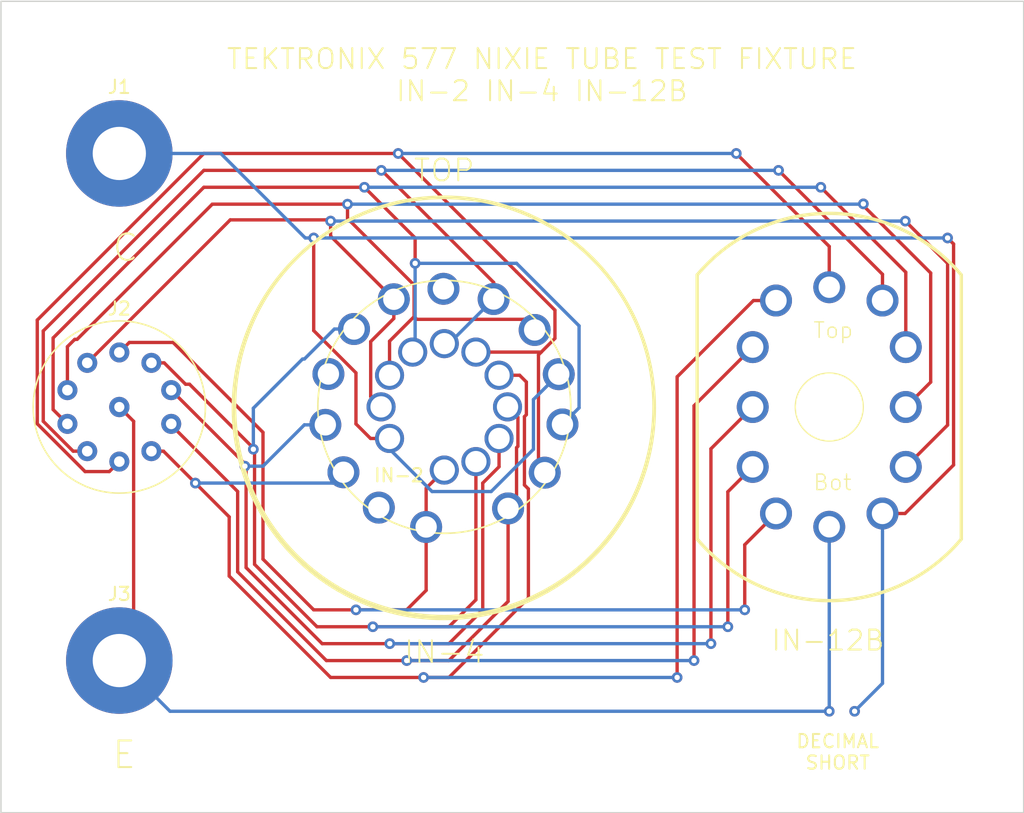
<source format=kicad_pcb>
(kicad_pcb (version 20221018) (generator pcbnew)
  (layers (0 "F.Cu" signal) (31 "B.Cu" signal) (34 "B.Paste" user) (35 "F.Paste" user) (36 "B.SilkS" user "B.Silkscreen") (37 "F.SilkS" user "F.Silkscreen") (38 "B.Mask" user) (39 "F.Mask" user) (44 "Edge.Cuts" user))
  (net 0 "")
  (net 1 "/C")
  (net 2 "/E")
  (net 3 "/1")
  (net 4 "/2")
  (net 5 "/3")
  (net 6 "/4")
  (net 7 "/5")
  (net 8 "/6")
  (net 9 "/7")
  (net 10 "/8")
  (net 11 "/9")
  (net 12 "/0")
  (footprint "MountingHole:MountingHole_4mm_Pad_TopBottom" (layer "F.Cu") (at 134.62 74.93)
    (fp_text reference "J1" (at 0 -5) (layer "F.SilkS"))
    (fp_text value "C")
    (pad "1" thru_hole circle (at 0 0) (size 4.4 4.4) (drill 4) (layers "*.Cu" "*.Mask") (net 1 "/C"))
    (pad "1" connect circle (at 0 0) (size 8 8) (layers "F.Cu" "F.Mask") (net 1 "/C"))
    (pad "1" connect circle (at 0 0) (size 8 8) (layers "B.Cu" "B.Mask") (net 1 "/C"))
  )
  (footprint "nixie-us:IN-2-DSUB" (layer "F.Cu") (at 159.036716 93.968457)
    (fp_text reference "N2" hide)
    (fp_text value "IN-2" hide)
    (fp_circle (center 0 0) (end 9.4996 0) (stroke (width 0.127)) (fill none) (layer "F.SilkS"))
    (pad "0" thru_hole circle (at -4.7498 0 180) (size 2.1844 2.1844) (drill 1.6) (layers "*.Cu" "*.Mask") (net 12 "/0"))
    (pad "1" thru_hole circle (at 0 4.7498 270) (size 2.1844 2.1844) (drill 1.6) (layers "*.Cu" "*.Mask") (net 3 "/1"))
    (pad "2" thru_hole circle (at 2.3749 4.113446 300) (size 2.1844 2.1844) (drill 1.6) (layers "*.Cu" "*.Mask") (net 4 "/2"))
    (pad "3" thru_hole circle (at 4.113446 2.3749 330) (size 2.1844 2.1844) (drill 1.6) (layers "*.Cu" "*.Mask") (net 5 "/3"))
    (pad "4" thru_hole circle (at 4.7498 0) (size 2.1844 2.1844) (drill 1.6) (layers "*.Cu" "*.Mask") (net 6 "/4"))
    (pad "5" thru_hole circle (at 4.113446 -2.3749 30) (size 2.1844 2.1844) (drill 1.6) (layers "*.Cu" "*.Mask") (net 7 "/5"))
    (pad "6" thru_hole circle (at 2.3749 -4.113446 60) (size 2.1844 2.1844) (drill 1.6) (layers "*.Cu" "*.Mask") (net 8 "/6"))
    (pad "7" thru_hole circle (at 0 -4.7498 90) (size 2.1844 2.1844) (drill 1.6) (layers "*.Cu" "*.Mask") (net 9 "/7"))
    (pad "8" thru_hole circle (at -2.3749 -4.113446 120) (size 2.1844 2.1844) (drill 1.6) (layers "*.Cu" "*.Mask") (net 10 "/8"))
    (pad "9" thru_hole circle (at -4.113446 -2.3749 150) (size 2.1844 2.1844) (drill 1.6) (layers "*.Cu" "*.Mask") (net 11 "/9"))
    (pad "A" thru_hole circle (at -4.113446 2.3749 210) (size 2.1844 2.1844) (drill 1.6) (layers "*.Cu" "*.Mask") (net 1 "/C"))
  )
  (footprint "nixie-us:IN-4-DSUB" (layer "F.Cu") (at 159.036716 93.968457)
    (fp_text reference "N1" hide)
    (fp_text value "IN-4" (at 0 18.426543) (layer "F.SilkS") (effects (font (size 1.63576 1.63576) (thickness 0.14224))))
    (fp_text user "TOP" (at 0 -17.768457) (layer "F.SilkS") (effects (font (size 1.63576 1.63576) (thickness 0.14224))))
    (fp_circle (center -0.033137 0.0873) (end 15.785363 0.0873) (stroke (width 0.254)) (fill none) (layer "F.SilkS"))
    (fp_circle (center 0 0) (end 15.7555 0) (stroke (width 0.254)) (fill none) (layer "F.SilkS"))
    (pad "" np_thru_hole circle (at -0.033137 0.0873) (size 5 5) (drill 5) (layers "*.Cu" "*.Mask"))
    (pad "0" thru_hole circle (at -3.793081 -8.083546) (size 2.4 2.4) (drill 1.6) (layers "*.Cu" "*.Mask") (net 12 "/0"))
    (pad "1" thru_hole circle (at -1.363328 9.026568) (size 2.4 2.4) (drill 1.6) (layers "*.Cu" "*.Mask") (net 3 "/1"))
    (pad "2" thru_hole circle (at -6.783634 -5.848243) (size 2.4 2.4) (drill 1.6) (layers "*.Cu" "*.Mask") (net 4 "/2"))
    (pad "3" thru_hole circle (at -8.938068 1.353031) (size 2.4 2.4) (drill 1.6) (layers "*.Cu" "*.Mask") (net 5 "/3"))
    (pad "4" thru_hole circle (at 4.793284 7.631543) (size 2.4 2.4) (drill 1.6) (layers "*.Cu" "*.Mask") (net 6 "/4"))
    (pad "5" thru_hole circle (at -7.577378 4.913718) (size 2.4 2.4) (drill 1.6) (layers "*.Cu" "*.Mask") (net 7 "/5"))
    (pad "6" thru_hole circle (at 7.546737 4.944818) (size 2.4 2.4) (drill 1.6) (layers "*.Cu" "*.Mask") (net 8 "/6"))
    (pad "7" thru_hole circle (at 3.70689 -8.101846) (size 2.4 2.4) (drill 1.6) (layers "*.Cu" "*.Mask") (net 9 "/7"))
    (pad "8" thru_hole circle (at 8.8779 1.321559) (size 2.4 2.4) (drill 1.6) (layers "*.Cu" "*.Mask") (net 10 "/8"))
    (pad "9" thru_hole circle (at 6.788575 -5.777359) (size 2.4 2.4) (drill 1.6) (layers "*.Cu" "*.Mask") (net 11 "/9"))
    (pad "A1" thru_hole circle (at -4.918887 7.571237) (size 2.4 2.4) (drill 1.6) (layers "*.Cu" "*.Mask"))
    (pad "A2" thru_hole circle (at -8.70739 -2.46754) (size 2.4 2.4) (drill 1.6) (layers "*.Cu" "*.Mask"))
    (pad "A3" thru_hole circle (at 8.600687 -2.453775) (size 2.4 2.4) (drill 1.6) (layers "*.Cu" "*.Mask") (net 1 "/C"))
    (pad "N/C" thru_hole circle (at -0.062987 -8.86865) (size 2.4 2.4) (drill 1.6) (layers "*.Cu" "*.Mask"))
  )
  (footprint "nixie-us:IN-12-DSUB" (layer "F.Cu") (at 187.96 93.98)
    (fp_text reference "NX1" hide)
    (fp_text value "IN-12BIN-12-DSUB")
    (fp_text user "Bot" (at -1.27 6.35) (layer "F.SilkS") (effects (font (size 1.1684 1.1684) (thickness 0.1016)) (justify left bottom)))
    (fp_text user "Top" (at -1.27 -5.08) (layer "F.SilkS") (effects (font (size 1.1684 1.1684) (thickness 0.1016)) (justify left bottom)))
    (fp_line (start -9.921875 9.921875) (end -9.921875 -9.921875) (stroke (width 0.254)) (layer "F.SilkS"))
    (fp_line (start 9.921875 -9.921875) (end 9.921875 9.921875) (stroke (width 0.254)) (layer "F.SilkS"))
    (fp_arc (start -9.921875 -9.921875) (mid 0 -14.548521) (end 9.921875 -9.921875) (stroke (width 0.254)) (layer "F.SilkS"))
    (fp_arc (start 9.921875 9.921875) (mid 0 14.548521) (end -9.921875 9.921875) (stroke (width 0.254)) (layer "F.SilkS"))
    (fp_circle (center 0 0) (end 2.54 0) (stroke (width 0.127)) (fill none) (layer "F.SilkS"))
    (pad "" np_thru_hole circle (at 0 0) (size 5 5) (drill 5) (layers "*.Cu" "*.Mask"))
    (pad "0" thru_hole circle (at 5.75 4.5) (size 2.4 2.4) (drill 1.6) (layers "*.Cu" "*.Mask") (net 12 "/0"))
    (pad "1" thru_hole circle (at -4 8) (size 2.4 2.4) (drill 1.6) (layers "*.Cu" "*.Mask") (net 3 "/1"))
    (pad "2" thru_hole circle (at -5.75 4.5) (size 2.4 2.4) (drill 1.6) (layers "*.Cu" "*.Mask") (net 4 "/2"))
    (pad "3" thru_hole circle (at -5.75 0) (size 2.4 2.4) (drill 1.6) (layers "*.Cu" "*.Mask") (net 5 "/3"))
    (pad "4" thru_hole circle (at -5.75 -4.5) (size 2.4 2.4) (drill 1.6) (layers "*.Cu" "*.Mask") (net 6 "/4"))
    (pad "5" thru_hole circle (at -4 -8) (size 2.4 2.4) (drill 1.6) (layers "*.Cu" "*.Mask") (net 7 "/5"))
    (pad "6" thru_hole circle (at 0 -9) (size 2.4 2.4) (drill 1.6) (layers "*.Cu" "*.Mask") (net 8 "/6"))
    (pad "7" thru_hole circle (at 4 -8) (size 2.4 2.4) (drill 1.6) (layers "*.Cu" "*.Mask") (net 9 "/7"))
    (pad "8" thru_hole circle (at 5.75 -4.5) (size 2.4 2.4) (drill 1.6) (layers "*.Cu" "*.Mask") (net 10 "/8"))
    (pad "9" thru_hole circle (at 5.75 0) (size 2.4 2.4) (drill 1.6) (layers "*.Cu" "*.Mask") (net 11 "/9"))
    (pad "A" thru_hole circle (at 4 8) (size 2.4 2.4) (drill 1.6) (layers "*.Cu" "*.Mask") (net 1 "/C"))
    (pad "LHDP" thru_hole circle (at 0 9) (size 2.4 2.4) (drill 1.6) (layers "*.Cu" "*.Mask") (net 2 "/E"))
  )
  (footprint "MountingHole:MountingHole_4mm_Pad_TopBottom" (layer "F.Cu") (at 134.62 113.03)
    (fp_text reference "J3" (at 0 -5) (layer "F.SilkS"))
    (fp_text value "E")
    (pad "1" thru_hole circle (at 0 0) (size 4.4 4.4) (drill 4) (layers "*.Cu" "*.Mask") (net 2 "/E"))
    (pad "1" connect circle (at 0 0) (size 8 8) (layers "F.Cu" "F.Mask") (net 2 "/E"))
    (pad "1" connect circle (at 0 0) (size 8 8) (layers "B.Cu" "B.Mask") (net 2 "/E"))
  )
  (footprint "Grayhill-Switch:Grayhill Single Pole 10 Position Switch" (layer "F.Cu") (at 134.62 93.98)
    (fp_text reference "J2" (at 0 -7.395) (layer "F.SilkS"))
    (fp_text value "Conn_01x11_Socket")
    (fp_circle (center 0 0) (end 0 6.47) (stroke (width 0.12)) (fill none) (layer "F.SilkS"))
    (pad "1" thru_hole oval (at 0 -4.099999) (size 1.5 1.5) (drill 0.8) (layers "*.Cu" "*.Mask") (net 3 "/1"))
    (pad "2" thru_hole oval (at 2.409919 -3.316969) (size 1.5 1.5) (drill 0.8) (layers "*.Cu" "*.Mask") (net 4 "/2"))
    (pad "3" thru_hole oval (at 3.899331 -1.266969) (size 1.5 1.5) (drill 0.8) (layers "*.Cu" "*.Mask") (net 5 "/3"))
    (pad "4" thru_hole oval (at 3.899331 1.266969) (size 1.5 1.5) (drill 0.8) (layers "*.Cu" "*.Mask") (net 6 "/4"))
    (pad "5" thru_hole oval (at 2.409919 3.316969) (size 1.5 1.5) (drill 0.8) (layers "*.Cu" "*.Mask") (net 7 "/5"))
    (pad "6" thru_hole oval (at 0 4.099999) (size 1.5 1.5) (drill 0.8) (layers "*.Cu" "*.Mask") (net 8 "/6"))
    (pad "7" thru_hole oval (at -2.409919 3.316969) (size 1.5 1.5) (drill 0.8) (layers "*.Cu" "*.Mask") (net 9 "/7"))
    (pad "8" thru_hole oval (at -3.899331 1.266969) (size 1.5 1.5) (drill 0.8) (layers "*.Cu" "*.Mask") (net 10 "/8"))
    (pad "9" thru_hole oval (at -3.899331 -1.266969) (size 1.5 1.5) (drill 0.8) (layers "*.Cu" "*.Mask") (net 11 "/9"))
    (pad "10" thru_hole oval (at -2.409919 -3.316969) (size 1.5 1.5) (drill 0.8) (layers "*.Cu" "*.Mask") (net 12 "/0"))
    (pad "11" thru_hole circle (at 0 0) (size 1.524 1.524) (drill 0.762) (layers "*.Cu" "*.Mask") (net 2 "/E"))
  )
  (gr_rect (start 125.73 63.5) (end 202.565 124.46) (stroke (width 0.1)) (fill none) (layer "Edge.Cuts"))
  (gr_text "TEKTRONIX 577 NIXIE TUBE TEST FIXTURE\nIN-2 IN-4 IN-12B" (at 166.37 71.12) (layer "F.SilkS") (effects (font (size 1.5 1.5)) (justify bottom)))
  (gr_text "IN-12B" (at 183.515 112.395) (layer "F.SilkS") (effects (font (size 1.5 1.5)) (justify left bottom)))
  (gr_text "IN-2" (at 153.67 99.695) (layer "F.SilkS") (effects (font (size 1 1)) (justify left bottom)))
  (gr_text "E" (at 133.985 121.285) (layer "F.SilkS") (effects (font (size 2 2)) (justify left bottom)))
  (gr_text "DECIMAL\nSHORT" (at 188.595 121.285) (layer "F.SilkS") (effects (font (size 1 1)) (justify bottom)))
  (gr_text "C" (at 133.985 83.185) (layer "F.SilkS") (effects (font (size 2 2)) (justify left bottom)))
  (segment (start 152.4 95.25) (end 153.493357 96.343357) (width 0.25) (layer "F.Cu") (net 1))
  (segment (start 149.225 88.239915) (end 152.4 91.414915) (width 0.25) (layer "F.Cu") (net 1))
  (segment (start 196.85 81.28) (end 197.3 81.73) (width 0.25) (layer "F.Cu") (net 1))
  (segment (start 153.493357 96.343357) (end 154.92327 96.343357) (width 0.25) (layer "F.Cu") (net 1))
  (segment (start 149.225 81.28) (end 149.225 88.239915) (width 0.25) (layer "F.Cu") (net 1))
  (segment (start 193.657056 101.98) (end 191.96 101.98) (width 0.25) (layer "F.Cu") (net 1))
  (segment (start 197.3 98.337056) (end 193.657056 101.98) (width 0.25) (layer "F.Cu") (net 1))
  (segment (start 197.3 81.73) (end 197.3 98.337056) (width 0.25) (layer "F.Cu") (net 1))
  (segment (start 152.4 91.414915) (end 152.4 95.25) (width 0.25) (layer "F.Cu") (net 1))
  (via (at 189.865 116.84) (size 0.8) (drill 0.4) (layers "F.Cu" "B.Cu") (net 1))
  (via (at 149.225 81.28) (size 0.8) (drill 0.4) (layers "F.Cu" "B.Cu") (net 1))
  (via (at 196.85 81.28) (size 0.8) (drill 0.4) (layers "F.Cu" "B.Cu") (net 1))
  (segment (start 191.96 114.745) (end 189.865 116.84) (width 0.25) (layer "B.Cu") (net 1))
  (segment (start 154.92327 96.343357) (end 154.92327 97.13827) (width 0.25) (layer "B.Cu") (net 1))
  (segment (start 165.735 93.417085) (end 167.637403 91.514682) (width 0.25) (layer "B.Cu") (net 1))
  (segment (start 149.225 81.28) (end 148.59 81.28) (width 0.25) (layer "B.Cu") (net 1))
  (segment (start 162.56 100.33) (end 165.735 97.155) (width 0.25) (layer "B.Cu") (net 1))
  (segment (start 191.96 101.98) (end 191.96 114.745) (width 0.25) (layer "B.Cu") (net 1))
  (segment (start 154.92327 97.13827) (end 158.115 100.33) (width 0.25) (layer "B.Cu") (net 1))
  (segment (start 165.735 97.155) (end 165.735 93.417085) (width 0.25) (layer "B.Cu") (net 1))
  (segment (start 158.115 100.33) (end 162.56 100.33) (width 0.25) (layer "B.Cu") (net 1))
  (segment (start 149.225 81.28) (end 196.85 81.28) (width 0.25) (layer "B.Cu") (net 1))
  (segment (start 148.59 81.28) (end 142.24 74.93) (width 0.25) (layer "B.Cu") (net 1))
  (segment (start 142.24 74.93) (end 134.62 74.93) (width 0.25) (layer "B.Cu") (net 1))
  (segment (start 135.695 95.055) (end 134.62 93.98) (width 0.25) (layer "F.Cu") (net 2))
  (segment (start 134.62 113.03) (end 135.695 111.955) (width 0.25) (layer "F.Cu") (net 2))
  (segment (start 135.695 111.955) (end 135.695 95.055) (width 0.25) (layer "F.Cu") (net 2))
  (via (at 187.96 116.84) (size 0.8) (drill 0.4) (layers "F.Cu" "B.Cu") (net 2))
  (segment (start 138.43 116.84) (end 134.62 113.03) (width 0.25) (layer "B.Cu") (net 2))
  (segment (start 187.96 116.84) (end 138.43 116.84) (width 0.25) (layer "B.Cu") (net 2))
  (segment (start 187.96 102.98) (end 187.96 116.84) (width 0.25) (layer "B.Cu") (net 2))
  (segment (start 145.415 105.41) (end 145.415 95.885) (width 0.25) (layer "F.Cu") (net 3))
  (segment (start 149.225 109.22) (end 145.415 105.41) (width 0.25) (layer "F.Cu") (net 3))
  (segment (start 138.660001 89.130001) (end 135.37 89.130001) (width 0.25) (layer "F.Cu") (net 3))
  (segment (start 157.673388 100.081585) (end 159.036716 98.718257) (width 0.25) (layer "F.Cu") (net 3))
  (segment (start 157.673388 102.995025) (end 157.673388 100.081585) (width 0.25) (layer "F.Cu") (net 3))
  (segment (start 181.61 104.33) (end 183.96 101.98) (width 0.25) (layer "F.Cu") (net 3))
  (segment (start 157.673388 107.756612) (end 157.673388 102.995025) (width 0.25) (layer "F.Cu") (net 3))
  (segment (start 181.61 109.22) (end 181.61 104.33) (width 0.25) (layer "F.Cu") (net 3))
  (segment (start 152.4 109.22) (end 149.225 109.22) (width 0.25) (layer "F.Cu") (net 3))
  (segment (start 156.21 109.22) (end 157.673388 107.756612) (width 0.25) (layer "F.Cu") (net 3))
  (segment (start 135.37 89.130001) (end 134.62 89.880001) (width 0.25) (layer "F.Cu") (net 3))
  (segment (start 152.4 109.22) (end 156.21 109.22) (width 0.25) (layer "F.Cu") (net 3))
  (segment (start 145.415 95.885) (end 138.660001 89.130001) (width 0.25) (layer "F.Cu") (net 3))
  (via (at 152.4 109.22) (size 0.8) (drill 0.4) (layers "F.Cu" "B.Cu") (net 3))
  (via (at 181.61 109.22) (size 0.8) (drill 0.4) (layers "F.Cu" "B.Cu") (net 3))
  (segment (start 181.61 109.22) (end 152.4 109.22) (width 0.25) (layer "B.Cu") (net 3))
  (segment (start 161.411616 108.463384) (end 161.411616 98.081903) (width 0.25) (layer "F.Cu") (net 4))
  (segment (start 153.67 110.49) (end 149.469695 110.49) (width 0.25) (layer "F.Cu") (net 4))
  (segment (start 149.469695 110.49) (end 144.78 105.800305) (width 0.25) (layer "F.Cu") (net 4))
  (segment (start 144.6905 97.0655) (end 139.892751 92.267751) (width 0.25) (layer "F.Cu") (net 4))
  (segment (start 180.34 110.49) (end 180.34 100.35) (width 0.25) (layer "F.Cu") (net 4))
  (segment (start 139.892751 92.267751) (end 139.594331 92.267751) (width 0.25) (layer "F.Cu") (net 4))
  (segment (start 153.67 110.49) (end 159.385 110.49) (width 0.25) (layer "F.Cu") (net 4))
  (segment (start 137.989611 90.663031) (end 137.029919 90.663031) (width 0.25) (layer "F.Cu") (net 4))
  (segment (start 159.385 110.49) (end 161.411616 108.463384) (width 0.25) (layer "F.Cu") (net 4))
  (segment (start 180.34 100.35) (end 182.21 98.48) (width 0.25) (layer "F.Cu") (net 4))
  (segment (start 144.78 97.2445) (end 144.6905 97.155) (width 0.25) (layer "F.Cu") (net 4))
  (segment (start 139.594331 92.267751) (end 137.989611 90.663031) (width 0.25) (layer "F.Cu") (net 4))
  (segment (start 144.78 105.800305) (end 144.78 97.2445) (width 0.25) (layer "F.Cu") (net 4))
  (segment (start 144.6905 97.155) (end 144.6905 97.0655) (width 0.25) (layer "F.Cu") (net 4))
  (via (at 153.67 110.49) (size 0.8) (drill 0.4) (layers "F.Cu" "B.Cu") (net 4))
  (via (at 180.34 110.49) (size 0.8) (drill 0.4) (layers "F.Cu" "B.Cu") (net 4))
  (via (at 144.6905 97.155) (size 0.8) (drill 0.4) (layers "F.Cu" "B.Cu") (net 4))
  (segment (start 144.6905 94.0695) (end 148.386475 90.373525) (width 0.25) (layer "B.Cu") (net 4))
  (segment (start 180.34 110.49) (end 153.67 110.49) (width 0.25) (layer "B.Cu") (net 4))
  (segment (start 144.6905 97.155) (end 144.6905 94.0695) (width 0.25) (layer "B.Cu") (net 4))
  (segment (start 148.525759 90.373525) (end 150.77907 88.120214) (width 0.25) (layer "B.Cu") (net 4))
  (segment (start 148.386475 90.373525) (end 148.525759 90.373525) (width 0.25) (layer "B.Cu") (net 4))
  (segment (start 150.77907 88.120214) (end 152.253082 88.120214) (width 0.25) (layer "B.Cu") (net 4))
  (segment (start 144.145 106.045) (end 149.86 111.76) (width 0.25) (layer "F.Cu") (net 5))
  (segment (start 144.145 98.5145) (end 144.145 106.045) (width 0.25) (layer "F.Cu") (net 5))
  (segment (start 154.94 111.76) (end 159.385 111.76) (width 0.25) (layer "F.Cu") (net 5))
  (segment (start 161.925 109.22) (end 161.925 99.695) (width 0.25) (layer "F.Cu") (net 5))
  (segment (start 179.07 111.76) (end 179.07 97.12) (width 0.25) (layer "F.Cu") (net 5))
  (segment (start 159.385 111.76) (end 161.925 109.22) (width 0.25) (layer "F.Cu") (net 5))
  (segment (start 179.07 97.12) (end 182.21 93.98) (width 0.25) (layer "F.Cu") (net 5))
  (segment (start 144.0555 98.2492) (end 138.519331 92.713031) (width 0.25) (layer "F.Cu") (net 5))
  (segment (start 149.86 111.76) (end 154.94 111.76) (width 0.25) (layer "F.Cu") (net 5))
  (segment (start 144.0555 98.425) (end 144.145 98.5145) (width 0.25) (layer "F.Cu") (net 5))
  (segment (start 144.0555 98.425) (end 144.0555 98.2492) (width 0.25) (layer "F.Cu") (net 5))
  (segment (start 163.150162 98.469838) (end 163.150162 96.343357) (width 0.25) (layer "F.Cu") (net 5))
  (segment (start 161.925 99.695) (end 163.150162 98.469838) (width 0.25) (layer "F.Cu") (net 5))
  (via (at 179.07 111.76) (size 0.8) (drill 0.4) (layers "F.Cu" "B.Cu") (net 5))
  (via (at 154.94 111.76) (size 0.8) (drill 0.4) (layers "F.Cu" "B.Cu") (net 5))
  (via (at 144.0555 98.425) (size 0.8) (drill 0.4) (layers "F.Cu" "B.Cu") (net 5))
  (segment (start 148.518512 95.321488) (end 150.098648 95.321488) (width 0.25) (layer "B.Cu") (net 5))
  (segment (start 144.0555 98.425) (end 145.415 98.425) (width 0.25) (layer "B.Cu") (net 5))
  (segment (start 145.415 98.425) (end 148.518512 95.321488) (width 0.25) (layer "B.Cu") (net 5))
  (segment (start 179.07 111.76) (end 154.94 111.76) (width 0.25) (layer "B.Cu") (net 5))
  (segment (start 156.21 113.03) (end 150.1775 113.03) (width 0.25) (layer "F.Cu") (net 6))
  (segment (start 138.519331 95.339331) (end 138.519331 95.246969) (width 0.25) (layer "F.Cu") (net 6))
  (segment (start 150.1775 113.03) (end 143.51 106.3625) (width 0.25) (layer "F.Cu") (net 6))
  (segment (start 177.8 113.03) (end 177.8 93.89) (width 0.25) (layer "F.Cu") (net 6))
  (segment (start 177.8 93.89) (end 182.21 89.48) (width 0.25) (layer "F.Cu") (net 6))
  (segment (start 164.567362 96.930381) (end 164.567362 94.749303) (width 0.25) (layer "F.Cu") (net 6))
  (segment (start 159.385 113.03) (end 163.83 108.585) (width 0.25) (layer "F.Cu") (net 6))
  (segment (start 143.51 100.33) (end 138.519331 95.339331) (width 0.25) (layer "F.Cu") (net 6))
  (segment (start 164.567362 94.749303) (end 163.786516 93.968457) (width 0.25) (layer "F.Cu") (net 6))
  (segment (start 156.21 113.03) (end 159.385 113.03) (width 0.25) (layer "F.Cu") (net 6))
  (segment (start 163.83 101.6) (end 164.465 100.965) (width 0.25) (layer "F.Cu") (net 6))
  (segment (start 163.83 108.585) (end 163.83 101.6) (width 0.25) (layer "F.Cu") (net 6))
  (segment (start 143.51 106.3625) (end 143.51 100.33) (width 0.25) (layer "F.Cu") (net 6))
  (segment (start 164.465 100.965) (end 164.465 97.032743) (width 0.25) (layer "F.Cu") (net 6))
  (segment (start 164.465 97.032743) (end 164.567362 96.930381) (width 0.25) (layer "F.Cu") (net 6))
  (via (at 156.21 113.03) (size 0.8) (drill 0.4) (layers "F.Cu" "B.Cu") (net 6))
  (via (at 177.8 113.03) (size 0.8) (drill 0.4) (layers "F.Cu" "B.Cu") (net 6))
  (segment (start 177.8 113.03) (end 156.21 113.03) (width 0.25) (layer "B.Cu") (net 6))
  (segment (start 165.203716 92.102507) (end 164.694766 91.593557) (width 0.25) (layer "F.Cu") (net 7))
  (segment (start 137.936969 97.296969) (end 137.029919 97.296969) (width 0.25) (layer "F.Cu") (net 7))
  (segment (start 150.494651 114.3) (end 157.48 114.3) (width 0.25) (layer "F.Cu") (net 7))
  (segment (start 165.058453 99.838453) (end 165.058453 94.700744) (width 0.25) (layer "F.Cu") (net 7))
  (segment (start 140.335 99.695) (end 137.936969 97.296969) (width 0.25) (layer "F.Cu") (net 7))
  (segment (start 159.385 114.3) (end 165.355 108.33) (width 0.25) (layer "F.Cu") (net 7))
  (segment (start 165.355 108.33) (end 165.355 100.135) (width 0.25) (layer "F.Cu") (net 7))
  (segment (start 165.203716 94.555481) (end 165.203716 92.102507) (width 0.25) (layer "F.Cu") (net 7))
  (segment (start 182.262944 85.98) (end 183.96 85.98) (width 0.25) (layer "F.Cu") (net 7))
  (segment (start 157.48 114.3) (end 159.385 114.3) (width 0.25) (layer "F.Cu") (net 7))
  (segment (start 142.875 102.235) (end 142.875 106.680349) (width 0.25) (layer "F.Cu") (net 7))
  (segment (start 176.53 114.3) (end 176.53 91.712944) (width 0.25) (layer "F.Cu") (net 7))
  (segment (start 142.875 106.680349) (end 150.494651 114.3) (width 0.25) (layer "F.Cu") (net 7))
  (segment (start 165.355 100.135) (end 165.058453 99.838453) (width 0.25) (layer "F.Cu") (net 7))
  (segment (start 176.53 91.712944) (end 182.262944 85.98) (width 0.25) (layer "F.Cu") (net 7))
  (segment (start 140.335 99.695) (end 142.875 102.235) (width 0.25) (layer "F.Cu") (net 7))
  (segment (start 165.058453 94.700744) (end 165.203716 94.555481) (width 0.25) (layer "F.Cu") (net 7))
  (segment (start 164.694766 91.593557) (end 163.150162 91.593557) (width 0.25) (layer "F.Cu") (net 7))
  (via (at 157.48 114.3) (size 0.8) (drill 0.4) (layers "F.Cu" "B.Cu") (net 7))
  (via (at 176.53 114.3) (size 0.8) (drill 0.4) (layers "F.Cu" "B.Cu") (net 7))
  (via (at 140.335 99.695) (size 0.8) (drill 0.4) (layers "F.Cu" "B.Cu") (net 7))
  (segment (start 140.335 99.695) (end 150.646513 99.695) (width 0.25) (layer "B.Cu") (net 7))
  (segment (start 176.53 114.3) (end 157.48 114.3) (width 0.25) (layer "B.Cu") (net 7))
  (segment (start 150.646513 99.695) (end 151.459338 98.882175) (width 0.25) (layer "B.Cu") (net 7))
  (segment (start 132.046055 98.829999) (end 133.87 98.829999) (width 0.25) (layer "F.Cu") (net 8))
  (segment (start 167.350291 86.705291) (end 167.350291 88.822774) (width 0.25) (layer "F.Cu") (net 8))
  (segment (start 166.318054 89.855011) (end 161.411616 89.855011) (width 0.25) (layer "F.Cu") (net 8))
  (segment (start 166.112403 90.060662) (end 166.318054 89.855011) (width 0.25) (layer "F.Cu") (net 8))
  (segment (start 133.87 98.829999) (end 134.62 98.079999) (width 0.25) (layer "F.Cu") (net 8))
  (segment (start 187.96 81.915) (end 187.96 84.98) (width 0.25) (layer "F.Cu") (net 8))
  (segment (start 167.350291 88.822774) (end 166.318054 89.855011) (width 0.25) (layer "F.Cu") (net 8))
  (segment (start 140.97 74.93) (end 128.455 87.445) (width 0.25) (layer "F.Cu") (net 8))
  (segment (start 166.583453 98.913275) (end 166.112403 98.442225) (width 0.25) (layer "F.Cu") (net 8))
  (segment (start 128.455 95.238944) (end 132.046055 98.829999) (width 0.25) (layer "F.Cu") (net 8))
  (segment (start 128.455 87.445) (end 128.455 95.238944) (width 0.25) (layer "F.Cu") (net 8))
  (segment (start 180.975 74.93) (end 187.96 81.915) (width 0.25) (layer "F.Cu") (net 8))
  (segment (start 155.575 74.93) (end 140.97 74.93) (width 0.25) (layer "F.Cu") (net 8))
  (segment (start 164.465 83.82) (end 167.350291 86.705291) (width 0.25) (layer "F.Cu") (net 8))
  (segment (start 166.112403 98.442225) (end 166.112403 90.060662) (width 0.25) (layer "F.Cu") (net 8))
  (segment (start 155.575 74.93) (end 164.465 83.82) (width 0.25) (layer "F.Cu") (net 8))
  (via (at 180.975 74.93) (size 0.8) (drill 0.4) (layers "F.Cu" "B.Cu") (net 8))
  (via (at 155.575 74.93) (size 0.8) (drill 0.4) (layers "F.Cu" "B.Cu") (net 8))
  (segment (start 155.575 74.93) (end 180.975 74.93) (width 0.25) (layer "B.Cu") (net 8))
  (segment (start 184.14975 76.20025) (end 191.96 84.0105) (width 0.25) (layer "F.Cu") (net 9))
  (segment (start 128.905 88.265) (end 128.905 95.052548) (width 0.25) (layer "F.Cu") (net 9))
  (segment (start 140.97 76.2) (end 128.905 88.265) (width 0.25) (layer "F.Cu") (net 9))
  (segment (start 162.743606 84.617608) (end 162.743606 85.866611) (width 0.25) (layer "F.Cu") (net 9))
  (segment (start 154.305 76.2) (end 154.325998 76.2) (width 0.25) (layer "F.Cu") (net 9))
  (segment (start 191.96 84.0105) (end 191.96 85.98) (width 0.25) (layer "F.Cu") (net 9))
  (segment (start 154.305 76.2) (end 140.97 76.2) (width 0.25) (layer "F.Cu") (net 9))
  (segment (start 154.325998 76.2) (end 162.743606 84.617608) (width 0.25) (layer "F.Cu") (net 9))
  (segment (start 128.905 95.052548) (end 131.149421 97.296969) (width 0.25) (layer "F.Cu") (net 9))
  (segment (start 131.149421 97.296969) (end 132.210081 97.296969) (width 0.25) (layer "F.Cu") (net 9))
  (via (at 184.14975 76.20025) (size 0.8) (drill 0.4) (layers "F.Cu" "B.Cu") (net 9))
  (via (at 154.305 76.2) (size 0.8) (drill 0.4) (layers "F.Cu" "B.Cu") (net 9))
  (segment (start 162.743606 85.866611) (end 159.39156 89.218657) (width 0.25) (layer "B.Cu") (net 9))
  (segment (start 184.14975 76.20025) (end 184.1495 76.2) (width 0.25) (layer "B.Cu") (net 9))
  (segment (start 184.1495 76.2) (end 154.305 76.2) (width 0.25) (layer "B.Cu") (net 9))
  (segment (start 159.39156 89.218657) (end 159.036716 89.218657) (width 0.25) (layer "B.Cu") (net 9))
  (segment (start 193.71 83.855) (end 193.71 89.48) (width 0.25) (layer "F.Cu") (net 10))
  (segment (start 156.845 81.28) (end 153.035 77.47) (width 0.25) (layer "F.Cu") (net 10))
  (segment (start 187.325 77.47) (end 193.71 83.855) (width 0.25) (layer "F.Cu") (net 10))
  (segment (start 129.645669 88.792935) (end 129.645669 94.171969) (width 0.25) (layer "F.Cu") (net 10))
  (segment (start 129.645669 94.171969) (end 130.720669 95.246969) (width 0.25) (layer "F.Cu") (net 10))
  (segment (start 153.035 77.47) (end 140.968604 77.47) (width 0.25) (layer "F.Cu") (net 10))
  (segment (start 140.968604 77.47) (end 129.645669 88.792935) (width 0.25) (layer "F.Cu") (net 10))
  (segment (start 156.845 83.185) (end 156.845 81.28) (width 0.25) (layer "F.Cu") (net 10))
  (via (at 187.325 77.47) (size 0.8) (drill 0.4) (layers "F.Cu" "B.Cu") (net 10))
  (via (at 153.035 77.47) (size 0.8) (drill 0.4) (layers "F.Cu" "B.Cu") (net 10))
  (via (at 156.845 83.185) (size 0.8) (drill 0.4) (layers "F.Cu" "B.Cu") (net 10))
  (segment (start 156.845 83.185) (end 164.465 83.185) (width 0.25) (layer "B.Cu") (net 10))
  (segment (start 156.845 83.185) (end 156.845 89.671827) (width 0.25) (layer "B.Cu") (net 10))
  (segment (start 156.845 89.671827) (end 156.661816 89.855011) (width 0.25) (layer "B.Cu") (net 10))
  (segment (start 164.465 83.185) (end 169.162403 87.882403) (width 0.25) (layer "B.Cu") (net 10))
  (segment (start 153.035 77.47) (end 187.325 77.47) (width 0.25) (layer "B.Cu") (net 10))
  (segment (start 169.162403 87.882403) (end 169.162403 94.042229) (width 0.25) (layer "B.Cu") (net 10))
  (segment (start 169.162403 94.042229) (end 167.914616 95.290016) (width 0.25) (layer "B.Cu") (net 10))
  (segment (start 131.266338 88.9) (end 130.720669 89.445669) (width 0.25) (layer "F.Cu") (net 11))
  (segment (start 151.765 78.74) (end 141.605 78.74) (width 0.25) (layer "F.Cu") (net 11))
  (segment (start 141.605 78.74) (end 131.445 88.9) (width 0.25) (layer "F.Cu") (net 11))
  (segment (start 131.445 88.9) (end 131.266338 88.9) (width 0.25) (layer "F.Cu") (net 11))
  (segment (start 195.58 83.91) (end 195.58 92.11) (width 0.25) (layer "F.Cu") (net 11))
  (segment (start 130.720669 89.445669) (end 130.720669 92.713031) (width 0.25) (layer "F.Cu") (net 11))
  (segment (start 190.52225 78.85225) (end 195.58 83.91) (width 0.25) (layer "F.Cu") (net 11))
  (segment (start 190.52225 78.71775) (end 190.52225 78.85225) (width 0.25) (layer "F.Cu") (net 11))
  (segment (start 151.765 78.74) (end 151.765 79.8123) (width 0.25) (layer "F.Cu") (net 11))
  (segment (start 195.58 92.11) (end 193.71 93.98) (width 0.25) (layer "F.Cu") (net 11))
  (segment (start 156.970246 87.391611) (end 165.025804 87.391611) (width 0.25) (layer "F.Cu") (net 11))
  (segment (start 156.768635 87.19) (end 156.970246 87.391611) (width 0.25) (layer "F.Cu") (net 11))
  (segment (start 151.765 79.8123) (end 156.768635 84.815935) (width 0.25) (layer "F.Cu") (net 11))
  (segment (start 156.768635 84.815935) (end 156.768635 87.19) (width 0.25) (layer "F.Cu") (net 11))
  (segment (start 154.92327 89.035364) (end 154.92327 91.593557) (width 0.25) (layer "F.Cu") (net 11))
  (segment (start 156.768635 87.19) (end 154.92327 89.035364) (width 0.25) (layer "F.Cu") (net 11))
  (segment (start 165.025804 87.391611) (end 165.825291 88.191098) (width 0.25) (layer "F.Cu") (net 11))
  (via (at 151.765 78.74) (size 0.8) (drill 0.4) (layers "F.Cu" "B.Cu") (net 11))
  (via (at 190.52225 78.71775) (size 0.8) (drill 0.4) (layers "F.Cu" "B.Cu") (net 11))
  (segment (start 151.765 78.74) (end 190.5 78.74) (width 0.25) (layer "B.Cu") (net 11))
  (segment (start 190.5 78.74) (end 190.52225 78.71775) (width 0.25) (layer "B.Cu") (net 11))
  (segment (start 150.495 80.01) (end 150.495 81.136276) (width 0.25) (layer "F.Cu") (net 12))
  (segment (start 196.85 83.185) (end 196.85 95.34) (width 0.25) (layer "F.Cu") (net 12))
  (segment (start 155.243635 87.326365) (end 153.50607 89.06393) (width 0.25) (layer "F.Cu") (net 12))
  (segment (start 196.85 95.34) (end 193.71 98.48) (width 0.25) (layer "F.Cu") (net 12))
  (segment (start 150.405 79.92) (end 142.953112 79.92) (width 0.25) (layer "F.Cu") (net 12))
  (segment (start 153.50607 89.06393) (end 153.50607 93.187611) (width 0.25) (layer "F.Cu") (net 12))
  (segment (start 155.243635 85.884911) (end 155.243635 87.326365) (width 0.25) (layer "F.Cu") (net 12))
  (segment (start 142.953112 79.92) (end 132.210081 90.663031) (width 0.25) (layer "F.Cu") (net 12))
  (segment (start 150.495 81.136276) (end 155.243635 85.884911) (width 0.25) (layer "F.Cu") (net 12))
  (segment (start 193.675 80.01) (end 196.85 83.185) (width 0.25) (layer "F.Cu") (net 12))
  (segment (start 153.50607 93.187611) (end 154.286916 93.968457) (width 0.25) (layer "F.Cu") (net 12))
  (segment (start 150.495 80.01) (end 150.405 79.92) (width 0.25) (layer "F.Cu") (net 12))
  (via (at 150.495 80.01) (size 0.8) (drill 0.4) (layers "F.Cu" "B.Cu") (net 12))
  (via (at 193.675 80.01) (size 0.8) (drill 0.4) (layers "F.Cu" "B.Cu") (net 12))
  (segment (start 193.675 80.01) (end 150.495 80.01) (width 0.25) (layer "B.Cu") (net 12))
)
</source>
